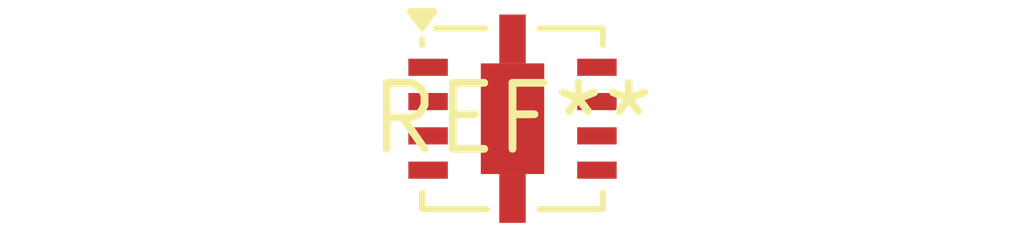
<source format=kicad_pcb>
(kicad_pcb (version 20240108) (generator pcbnew)
  (layers (0 "F.Cu" signal) (31 "B.Cu" signal) (34 "B.Paste" user) (35 "F.Paste" user) (36 "B.SilkS" user "B.Silkscreen") (37 "F.SilkS" user "F.Silkscreen") (38 "B.Mask" user) (39 "F.Mask" user) (44 "Edge.Cuts" user))
  (net 0 "")
  (footprint "Mini-Circuits_DL805" (layer "F.Cu") (at 0 0)
    (property "Reference" "REF**")
    (property "Value" "Mini-Circuits_DL805")
    (fp_line (start -1.74 -1.53) (end -1.74 -1.42) (layer "F.SilkS") (stroke (width 0.12)))
    (fp_line (start -1.74 1.74) (end -1.74 1.42) (layer "F.SilkS") (stroke (width 0.12)))
    (fp_line (start -0.52 -1.74) (end -1.48 -1.74) (layer "F.SilkS") (stroke (width 0.12)))
    (fp_line (start -0.49 1.74) (end -1.74 1.74) (layer "F.SilkS") (stroke (width 0.12)))
    (fp_line (start 0.52 -1.74) (end 1.74 -1.74) (layer "F.SilkS") (stroke (width 0.12)))
    (fp_line (start 1.74 -1.74) (end 1.74 -1.42) (layer "F.SilkS") (stroke (width 0.12)))
    (fp_line (start 1.74 1.42) (end 1.74 1.74) (layer "F.SilkS") (stroke (width 0.12)))
    (fp_line (start 1.74 1.74) (end 0.52 1.74) (layer "F.SilkS") (stroke (width 0.12)))
    (fp_poly (pts (xy -1.74 -1.74) (xy -1.98 -2.07) (xy -1.5 -2.07) (xy -1.74 -1.74)) (layer "F.SilkS") (stroke (width 0.12)) (fill solid))
    (pad "1" smd rect (at -1.625 -0.99 270) (size 0.33 0.76) (layers "F.Cu" "F.Paste" "F.Mask"))
    (pad "2" smd rect (at -1.625 -0.33 270) (size 0.33 0.76) (layers "F.Cu" "F.Paste" "F.Mask"))
    (pad "3" smd rect (at -1.625 0.33 270) (size 0.33 0.76) (layers "F.Cu" "F.Paste" "F.Mask"))
    (pad "4" smd rect (at -1.625 0.99 270) (size 0.33 0.76) (layers "F.Cu" "F.Paste" "F.Mask"))
    (pad "5" smd rect (at 1.625 0.99 270) (size 0.33 0.76) (layers "F.Cu" "F.Paste" "F.Mask"))
    (pad "6" smd rect (at 1.625 0.33 270) (size 0.33 0.76) (layers "F.Cu" "F.Paste" "F.Mask"))
    (pad "7" smd rect (at 1.625 -0.33 270) (size 0.33 0.76) (layers "F.Cu" "F.Paste" "F.Mask"))
    (pad "8" smd rect (at 1.625 -0.99 270) (size 0.33 0.76) (layers "F.Cu" "F.Paste" "F.Mask"))
    (pad "9" smd rect (at 0 -1.535 270) (size 0.94 0.51) (layers "F.Cu" "F.Paste" "F.Mask"))
    (pad "9" smd rect (at 0 0 270) (size 2.13 1.22) (layers "F.Cu" "F.Paste" "F.Mask"))
    (pad "9" smd rect (at 0 1.535 270) (size 0.94 0.51) (layers "F.Cu" "F.Paste" "F.Mask"))
  )
)
</source>
